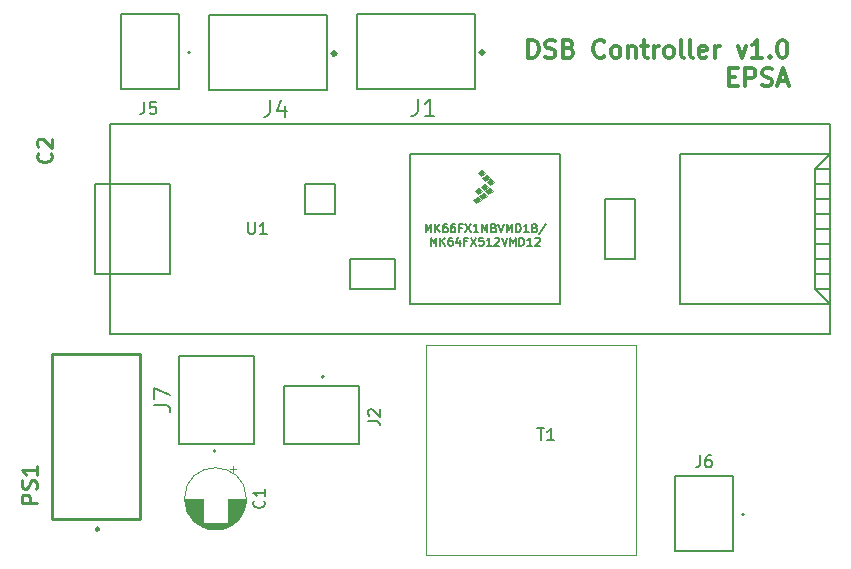
<source format=gbr>
%TF.GenerationSoftware,KiCad,Pcbnew,8.0.0*%
%TF.CreationDate,2024-04-17T16:19:53+02:00*%
%TF.ProjectId,Screen Control,53637265-656e-4204-936f-6e74726f6c2e,rev?*%
%TF.SameCoordinates,Original*%
%TF.FileFunction,Legend,Top*%
%TF.FilePolarity,Positive*%
%FSLAX46Y46*%
G04 Gerber Fmt 4.6, Leading zero omitted, Abs format (unit mm)*
G04 Created by KiCad (PCBNEW 8.0.0) date 2024-04-17 16:19:53*
%MOMM*%
%LPD*%
G01*
G04 APERTURE LIST*
%ADD10C,0.300000*%
%ADD11C,0.150000*%
%ADD12C,0.254000*%
%ADD13C,0.127000*%
%ADD14C,0.200000*%
%ADD15C,0.120000*%
%ADD16C,0.100000*%
G04 APERTURE END LIST*
D10*
X156048748Y-62079712D02*
X156048748Y-60579712D01*
X156048748Y-60579712D02*
X156405891Y-60579712D01*
X156405891Y-60579712D02*
X156620177Y-60651141D01*
X156620177Y-60651141D02*
X156763034Y-60793998D01*
X156763034Y-60793998D02*
X156834463Y-60936855D01*
X156834463Y-60936855D02*
X156905891Y-61222569D01*
X156905891Y-61222569D02*
X156905891Y-61436855D01*
X156905891Y-61436855D02*
X156834463Y-61722569D01*
X156834463Y-61722569D02*
X156763034Y-61865426D01*
X156763034Y-61865426D02*
X156620177Y-62008284D01*
X156620177Y-62008284D02*
X156405891Y-62079712D01*
X156405891Y-62079712D02*
X156048748Y-62079712D01*
X157477320Y-62008284D02*
X157691606Y-62079712D01*
X157691606Y-62079712D02*
X158048748Y-62079712D01*
X158048748Y-62079712D02*
X158191606Y-62008284D01*
X158191606Y-62008284D02*
X158263034Y-61936855D01*
X158263034Y-61936855D02*
X158334463Y-61793998D01*
X158334463Y-61793998D02*
X158334463Y-61651141D01*
X158334463Y-61651141D02*
X158263034Y-61508284D01*
X158263034Y-61508284D02*
X158191606Y-61436855D01*
X158191606Y-61436855D02*
X158048748Y-61365426D01*
X158048748Y-61365426D02*
X157763034Y-61293998D01*
X157763034Y-61293998D02*
X157620177Y-61222569D01*
X157620177Y-61222569D02*
X157548748Y-61151141D01*
X157548748Y-61151141D02*
X157477320Y-61008284D01*
X157477320Y-61008284D02*
X157477320Y-60865426D01*
X157477320Y-60865426D02*
X157548748Y-60722569D01*
X157548748Y-60722569D02*
X157620177Y-60651141D01*
X157620177Y-60651141D02*
X157763034Y-60579712D01*
X157763034Y-60579712D02*
X158120177Y-60579712D01*
X158120177Y-60579712D02*
X158334463Y-60651141D01*
X159477319Y-61293998D02*
X159691605Y-61365426D01*
X159691605Y-61365426D02*
X159763034Y-61436855D01*
X159763034Y-61436855D02*
X159834462Y-61579712D01*
X159834462Y-61579712D02*
X159834462Y-61793998D01*
X159834462Y-61793998D02*
X159763034Y-61936855D01*
X159763034Y-61936855D02*
X159691605Y-62008284D01*
X159691605Y-62008284D02*
X159548748Y-62079712D01*
X159548748Y-62079712D02*
X158977319Y-62079712D01*
X158977319Y-62079712D02*
X158977319Y-60579712D01*
X158977319Y-60579712D02*
X159477319Y-60579712D01*
X159477319Y-60579712D02*
X159620177Y-60651141D01*
X159620177Y-60651141D02*
X159691605Y-60722569D01*
X159691605Y-60722569D02*
X159763034Y-60865426D01*
X159763034Y-60865426D02*
X159763034Y-61008284D01*
X159763034Y-61008284D02*
X159691605Y-61151141D01*
X159691605Y-61151141D02*
X159620177Y-61222569D01*
X159620177Y-61222569D02*
X159477319Y-61293998D01*
X159477319Y-61293998D02*
X158977319Y-61293998D01*
X162477319Y-61936855D02*
X162405891Y-62008284D01*
X162405891Y-62008284D02*
X162191605Y-62079712D01*
X162191605Y-62079712D02*
X162048748Y-62079712D01*
X162048748Y-62079712D02*
X161834462Y-62008284D01*
X161834462Y-62008284D02*
X161691605Y-61865426D01*
X161691605Y-61865426D02*
X161620176Y-61722569D01*
X161620176Y-61722569D02*
X161548748Y-61436855D01*
X161548748Y-61436855D02*
X161548748Y-61222569D01*
X161548748Y-61222569D02*
X161620176Y-60936855D01*
X161620176Y-60936855D02*
X161691605Y-60793998D01*
X161691605Y-60793998D02*
X161834462Y-60651141D01*
X161834462Y-60651141D02*
X162048748Y-60579712D01*
X162048748Y-60579712D02*
X162191605Y-60579712D01*
X162191605Y-60579712D02*
X162405891Y-60651141D01*
X162405891Y-60651141D02*
X162477319Y-60722569D01*
X163334462Y-62079712D02*
X163191605Y-62008284D01*
X163191605Y-62008284D02*
X163120176Y-61936855D01*
X163120176Y-61936855D02*
X163048748Y-61793998D01*
X163048748Y-61793998D02*
X163048748Y-61365426D01*
X163048748Y-61365426D02*
X163120176Y-61222569D01*
X163120176Y-61222569D02*
X163191605Y-61151141D01*
X163191605Y-61151141D02*
X163334462Y-61079712D01*
X163334462Y-61079712D02*
X163548748Y-61079712D01*
X163548748Y-61079712D02*
X163691605Y-61151141D01*
X163691605Y-61151141D02*
X163763034Y-61222569D01*
X163763034Y-61222569D02*
X163834462Y-61365426D01*
X163834462Y-61365426D02*
X163834462Y-61793998D01*
X163834462Y-61793998D02*
X163763034Y-61936855D01*
X163763034Y-61936855D02*
X163691605Y-62008284D01*
X163691605Y-62008284D02*
X163548748Y-62079712D01*
X163548748Y-62079712D02*
X163334462Y-62079712D01*
X164477319Y-61079712D02*
X164477319Y-62079712D01*
X164477319Y-61222569D02*
X164548748Y-61151141D01*
X164548748Y-61151141D02*
X164691605Y-61079712D01*
X164691605Y-61079712D02*
X164905891Y-61079712D01*
X164905891Y-61079712D02*
X165048748Y-61151141D01*
X165048748Y-61151141D02*
X165120177Y-61293998D01*
X165120177Y-61293998D02*
X165120177Y-62079712D01*
X165620177Y-61079712D02*
X166191605Y-61079712D01*
X165834462Y-60579712D02*
X165834462Y-61865426D01*
X165834462Y-61865426D02*
X165905891Y-62008284D01*
X165905891Y-62008284D02*
X166048748Y-62079712D01*
X166048748Y-62079712D02*
X166191605Y-62079712D01*
X166691605Y-62079712D02*
X166691605Y-61079712D01*
X166691605Y-61365426D02*
X166763034Y-61222569D01*
X166763034Y-61222569D02*
X166834463Y-61151141D01*
X166834463Y-61151141D02*
X166977320Y-61079712D01*
X166977320Y-61079712D02*
X167120177Y-61079712D01*
X167834462Y-62079712D02*
X167691605Y-62008284D01*
X167691605Y-62008284D02*
X167620176Y-61936855D01*
X167620176Y-61936855D02*
X167548748Y-61793998D01*
X167548748Y-61793998D02*
X167548748Y-61365426D01*
X167548748Y-61365426D02*
X167620176Y-61222569D01*
X167620176Y-61222569D02*
X167691605Y-61151141D01*
X167691605Y-61151141D02*
X167834462Y-61079712D01*
X167834462Y-61079712D02*
X168048748Y-61079712D01*
X168048748Y-61079712D02*
X168191605Y-61151141D01*
X168191605Y-61151141D02*
X168263034Y-61222569D01*
X168263034Y-61222569D02*
X168334462Y-61365426D01*
X168334462Y-61365426D02*
X168334462Y-61793998D01*
X168334462Y-61793998D02*
X168263034Y-61936855D01*
X168263034Y-61936855D02*
X168191605Y-62008284D01*
X168191605Y-62008284D02*
X168048748Y-62079712D01*
X168048748Y-62079712D02*
X167834462Y-62079712D01*
X169191605Y-62079712D02*
X169048748Y-62008284D01*
X169048748Y-62008284D02*
X168977319Y-61865426D01*
X168977319Y-61865426D02*
X168977319Y-60579712D01*
X169977319Y-62079712D02*
X169834462Y-62008284D01*
X169834462Y-62008284D02*
X169763033Y-61865426D01*
X169763033Y-61865426D02*
X169763033Y-60579712D01*
X171120176Y-62008284D02*
X170977319Y-62079712D01*
X170977319Y-62079712D02*
X170691605Y-62079712D01*
X170691605Y-62079712D02*
X170548747Y-62008284D01*
X170548747Y-62008284D02*
X170477319Y-61865426D01*
X170477319Y-61865426D02*
X170477319Y-61293998D01*
X170477319Y-61293998D02*
X170548747Y-61151141D01*
X170548747Y-61151141D02*
X170691605Y-61079712D01*
X170691605Y-61079712D02*
X170977319Y-61079712D01*
X170977319Y-61079712D02*
X171120176Y-61151141D01*
X171120176Y-61151141D02*
X171191605Y-61293998D01*
X171191605Y-61293998D02*
X171191605Y-61436855D01*
X171191605Y-61436855D02*
X170477319Y-61579712D01*
X171834461Y-62079712D02*
X171834461Y-61079712D01*
X171834461Y-61365426D02*
X171905890Y-61222569D01*
X171905890Y-61222569D02*
X171977319Y-61151141D01*
X171977319Y-61151141D02*
X172120176Y-61079712D01*
X172120176Y-61079712D02*
X172263033Y-61079712D01*
X173763032Y-61079712D02*
X174120175Y-62079712D01*
X174120175Y-62079712D02*
X174477318Y-61079712D01*
X175834461Y-62079712D02*
X174977318Y-62079712D01*
X175405889Y-62079712D02*
X175405889Y-60579712D01*
X175405889Y-60579712D02*
X175263032Y-60793998D01*
X175263032Y-60793998D02*
X175120175Y-60936855D01*
X175120175Y-60936855D02*
X174977318Y-61008284D01*
X176477317Y-61936855D02*
X176548746Y-62008284D01*
X176548746Y-62008284D02*
X176477317Y-62079712D01*
X176477317Y-62079712D02*
X176405889Y-62008284D01*
X176405889Y-62008284D02*
X176477317Y-61936855D01*
X176477317Y-61936855D02*
X176477317Y-62079712D01*
X177477318Y-60579712D02*
X177620175Y-60579712D01*
X177620175Y-60579712D02*
X177763032Y-60651141D01*
X177763032Y-60651141D02*
X177834461Y-60722569D01*
X177834461Y-60722569D02*
X177905889Y-60865426D01*
X177905889Y-60865426D02*
X177977318Y-61151141D01*
X177977318Y-61151141D02*
X177977318Y-61508284D01*
X177977318Y-61508284D02*
X177905889Y-61793998D01*
X177905889Y-61793998D02*
X177834461Y-61936855D01*
X177834461Y-61936855D02*
X177763032Y-62008284D01*
X177763032Y-62008284D02*
X177620175Y-62079712D01*
X177620175Y-62079712D02*
X177477318Y-62079712D01*
X177477318Y-62079712D02*
X177334461Y-62008284D01*
X177334461Y-62008284D02*
X177263032Y-61936855D01*
X177263032Y-61936855D02*
X177191603Y-61793998D01*
X177191603Y-61793998D02*
X177120175Y-61508284D01*
X177120175Y-61508284D02*
X177120175Y-61151141D01*
X177120175Y-61151141D02*
X177191603Y-60865426D01*
X177191603Y-60865426D02*
X177263032Y-60722569D01*
X177263032Y-60722569D02*
X177334461Y-60651141D01*
X177334461Y-60651141D02*
X177477318Y-60579712D01*
X173048746Y-63708914D02*
X173548746Y-63708914D01*
X173763032Y-64494628D02*
X173048746Y-64494628D01*
X173048746Y-64494628D02*
X173048746Y-62994628D01*
X173048746Y-62994628D02*
X173763032Y-62994628D01*
X174405889Y-64494628D02*
X174405889Y-62994628D01*
X174405889Y-62994628D02*
X174977318Y-62994628D01*
X174977318Y-62994628D02*
X175120175Y-63066057D01*
X175120175Y-63066057D02*
X175191604Y-63137485D01*
X175191604Y-63137485D02*
X175263032Y-63280342D01*
X175263032Y-63280342D02*
X175263032Y-63494628D01*
X175263032Y-63494628D02*
X175191604Y-63637485D01*
X175191604Y-63637485D02*
X175120175Y-63708914D01*
X175120175Y-63708914D02*
X174977318Y-63780342D01*
X174977318Y-63780342D02*
X174405889Y-63780342D01*
X175834461Y-64423200D02*
X176048747Y-64494628D01*
X176048747Y-64494628D02*
X176405889Y-64494628D01*
X176405889Y-64494628D02*
X176548747Y-64423200D01*
X176548747Y-64423200D02*
X176620175Y-64351771D01*
X176620175Y-64351771D02*
X176691604Y-64208914D01*
X176691604Y-64208914D02*
X176691604Y-64066057D01*
X176691604Y-64066057D02*
X176620175Y-63923200D01*
X176620175Y-63923200D02*
X176548747Y-63851771D01*
X176548747Y-63851771D02*
X176405889Y-63780342D01*
X176405889Y-63780342D02*
X176120175Y-63708914D01*
X176120175Y-63708914D02*
X175977318Y-63637485D01*
X175977318Y-63637485D02*
X175905889Y-63566057D01*
X175905889Y-63566057D02*
X175834461Y-63423200D01*
X175834461Y-63423200D02*
X175834461Y-63280342D01*
X175834461Y-63280342D02*
X175905889Y-63137485D01*
X175905889Y-63137485D02*
X175977318Y-63066057D01*
X175977318Y-63066057D02*
X176120175Y-62994628D01*
X176120175Y-62994628D02*
X176477318Y-62994628D01*
X176477318Y-62994628D02*
X176691604Y-63066057D01*
X177263032Y-64066057D02*
X177977318Y-64066057D01*
X177120175Y-64494628D02*
X177620175Y-62994628D01*
X177620175Y-62994628D02*
X178120175Y-64494628D01*
D11*
X124341666Y-91506066D02*
X125341666Y-91506066D01*
X125341666Y-91506066D02*
X125541666Y-91572733D01*
X125541666Y-91572733D02*
X125675000Y-91706066D01*
X125675000Y-91706066D02*
X125741666Y-91906066D01*
X125741666Y-91906066D02*
X125741666Y-92039400D01*
X124341666Y-90972733D02*
X124341666Y-90039399D01*
X124341666Y-90039399D02*
X125741666Y-90639399D01*
X142473019Y-92842733D02*
X143187304Y-92842733D01*
X143187304Y-92842733D02*
X143330161Y-92890352D01*
X143330161Y-92890352D02*
X143425400Y-92985590D01*
X143425400Y-92985590D02*
X143473019Y-93128447D01*
X143473019Y-93128447D02*
X143473019Y-93223685D01*
X142568257Y-92414161D02*
X142520638Y-92366542D01*
X142520638Y-92366542D02*
X142473019Y-92271304D01*
X142473019Y-92271304D02*
X142473019Y-92033209D01*
X142473019Y-92033209D02*
X142520638Y-91937971D01*
X142520638Y-91937971D02*
X142568257Y-91890352D01*
X142568257Y-91890352D02*
X142663495Y-91842733D01*
X142663495Y-91842733D02*
X142758733Y-91842733D01*
X142758733Y-91842733D02*
X142901590Y-91890352D01*
X142901590Y-91890352D02*
X143473019Y-92461780D01*
X143473019Y-92461780D02*
X143473019Y-91842733D01*
X134153447Y-65689105D02*
X134153447Y-66689825D01*
X134153447Y-66689825D02*
X134086732Y-66889969D01*
X134086732Y-66889969D02*
X133953303Y-67023399D01*
X133953303Y-67023399D02*
X133753159Y-67090113D01*
X133753159Y-67090113D02*
X133619730Y-67090113D01*
X135421026Y-66156108D02*
X135421026Y-67090113D01*
X135087453Y-65622391D02*
X134753879Y-66623111D01*
X134753879Y-66623111D02*
X135621170Y-66623111D01*
D12*
X114420918Y-99796523D02*
X113150918Y-99796523D01*
X113150918Y-99796523D02*
X113150918Y-99312713D01*
X113150918Y-99312713D02*
X113211394Y-99191761D01*
X113211394Y-99191761D02*
X113271870Y-99131284D01*
X113271870Y-99131284D02*
X113392822Y-99070808D01*
X113392822Y-99070808D02*
X113574251Y-99070808D01*
X113574251Y-99070808D02*
X113695203Y-99131284D01*
X113695203Y-99131284D02*
X113755680Y-99191761D01*
X113755680Y-99191761D02*
X113816156Y-99312713D01*
X113816156Y-99312713D02*
X113816156Y-99796523D01*
X114360442Y-98586999D02*
X114420918Y-98405570D01*
X114420918Y-98405570D02*
X114420918Y-98103189D01*
X114420918Y-98103189D02*
X114360442Y-97982237D01*
X114360442Y-97982237D02*
X114299965Y-97921761D01*
X114299965Y-97921761D02*
X114179013Y-97861284D01*
X114179013Y-97861284D02*
X114058061Y-97861284D01*
X114058061Y-97861284D02*
X113937108Y-97921761D01*
X113937108Y-97921761D02*
X113876632Y-97982237D01*
X113876632Y-97982237D02*
X113816156Y-98103189D01*
X113816156Y-98103189D02*
X113755680Y-98345094D01*
X113755680Y-98345094D02*
X113695203Y-98466046D01*
X113695203Y-98466046D02*
X113634727Y-98526523D01*
X113634727Y-98526523D02*
X113513775Y-98586999D01*
X113513775Y-98586999D02*
X113392822Y-98586999D01*
X113392822Y-98586999D02*
X113271870Y-98526523D01*
X113271870Y-98526523D02*
X113211394Y-98466046D01*
X113211394Y-98466046D02*
X113150918Y-98345094D01*
X113150918Y-98345094D02*
X113150918Y-98042713D01*
X113150918Y-98042713D02*
X113211394Y-97861284D01*
X114420918Y-96651760D02*
X114420918Y-97377475D01*
X114420918Y-97014618D02*
X113150918Y-97014618D01*
X113150918Y-97014618D02*
X113332346Y-97135570D01*
X113332346Y-97135570D02*
X113453299Y-97256522D01*
X113453299Y-97256522D02*
X113513775Y-97377475D01*
D11*
X133649580Y-99591666D02*
X133697200Y-99639285D01*
X133697200Y-99639285D02*
X133744819Y-99782142D01*
X133744819Y-99782142D02*
X133744819Y-99877380D01*
X133744819Y-99877380D02*
X133697200Y-100020237D01*
X133697200Y-100020237D02*
X133601961Y-100115475D01*
X133601961Y-100115475D02*
X133506723Y-100163094D01*
X133506723Y-100163094D02*
X133316247Y-100210713D01*
X133316247Y-100210713D02*
X133173390Y-100210713D01*
X133173390Y-100210713D02*
X132982914Y-100163094D01*
X132982914Y-100163094D02*
X132887676Y-100115475D01*
X132887676Y-100115475D02*
X132792438Y-100020237D01*
X132792438Y-100020237D02*
X132744819Y-99877380D01*
X132744819Y-99877380D02*
X132744819Y-99782142D01*
X132744819Y-99782142D02*
X132792438Y-99639285D01*
X132792438Y-99639285D02*
X132840057Y-99591666D01*
X133744819Y-98639285D02*
X133744819Y-99210713D01*
X133744819Y-98924999D02*
X132744819Y-98924999D01*
X132744819Y-98924999D02*
X132887676Y-99020237D01*
X132887676Y-99020237D02*
X132982914Y-99115475D01*
X132982914Y-99115475D02*
X133030533Y-99210713D01*
D12*
X115591565Y-70145066D02*
X115652042Y-70205542D01*
X115652042Y-70205542D02*
X115712518Y-70386971D01*
X115712518Y-70386971D02*
X115712518Y-70507923D01*
X115712518Y-70507923D02*
X115652042Y-70689352D01*
X115652042Y-70689352D02*
X115531089Y-70810304D01*
X115531089Y-70810304D02*
X115410137Y-70870781D01*
X115410137Y-70870781D02*
X115168232Y-70931257D01*
X115168232Y-70931257D02*
X114986803Y-70931257D01*
X114986803Y-70931257D02*
X114744899Y-70870781D01*
X114744899Y-70870781D02*
X114623946Y-70810304D01*
X114623946Y-70810304D02*
X114502994Y-70689352D01*
X114502994Y-70689352D02*
X114442518Y-70507923D01*
X114442518Y-70507923D02*
X114442518Y-70386971D01*
X114442518Y-70386971D02*
X114502994Y-70205542D01*
X114502994Y-70205542D02*
X114563470Y-70145066D01*
X114563470Y-69661257D02*
X114502994Y-69600781D01*
X114502994Y-69600781D02*
X114442518Y-69479828D01*
X114442518Y-69479828D02*
X114442518Y-69177447D01*
X114442518Y-69177447D02*
X114502994Y-69056495D01*
X114502994Y-69056495D02*
X114563470Y-68996019D01*
X114563470Y-68996019D02*
X114684422Y-68935542D01*
X114684422Y-68935542D02*
X114805375Y-68935542D01*
X114805375Y-68935542D02*
X114986803Y-68996019D01*
X114986803Y-68996019D02*
X115712518Y-69721733D01*
X115712518Y-69721733D02*
X115712518Y-68935542D01*
D11*
X146675647Y-65587505D02*
X146675647Y-66588225D01*
X146675647Y-66588225D02*
X146608932Y-66788369D01*
X146608932Y-66788369D02*
X146475503Y-66921799D01*
X146475503Y-66921799D02*
X146275359Y-66988513D01*
X146275359Y-66988513D02*
X146141930Y-66988513D01*
X148076655Y-66988513D02*
X147276079Y-66988513D01*
X147676367Y-66988513D02*
X147676367Y-65587505D01*
X147676367Y-65587505D02*
X147542938Y-65787649D01*
X147542938Y-65787649D02*
X147409509Y-65921079D01*
X147409509Y-65921079D02*
X147276079Y-65987793D01*
X123539866Y-65850419D02*
X123539866Y-66564704D01*
X123539866Y-66564704D02*
X123492247Y-66707561D01*
X123492247Y-66707561D02*
X123397009Y-66802800D01*
X123397009Y-66802800D02*
X123254152Y-66850419D01*
X123254152Y-66850419D02*
X123158914Y-66850419D01*
X124492247Y-65850419D02*
X124016057Y-65850419D01*
X124016057Y-65850419D02*
X123968438Y-66326609D01*
X123968438Y-66326609D02*
X124016057Y-66278990D01*
X124016057Y-66278990D02*
X124111295Y-66231371D01*
X124111295Y-66231371D02*
X124349390Y-66231371D01*
X124349390Y-66231371D02*
X124444628Y-66278990D01*
X124444628Y-66278990D02*
X124492247Y-66326609D01*
X124492247Y-66326609D02*
X124539866Y-66421847D01*
X124539866Y-66421847D02*
X124539866Y-66659942D01*
X124539866Y-66659942D02*
X124492247Y-66755180D01*
X124492247Y-66755180D02*
X124444628Y-66802800D01*
X124444628Y-66802800D02*
X124349390Y-66850419D01*
X124349390Y-66850419D02*
X124111295Y-66850419D01*
X124111295Y-66850419D02*
X124016057Y-66802800D01*
X124016057Y-66802800D02*
X123968438Y-66755180D01*
X170583266Y-95746219D02*
X170583266Y-96460504D01*
X170583266Y-96460504D02*
X170535647Y-96603361D01*
X170535647Y-96603361D02*
X170440409Y-96698600D01*
X170440409Y-96698600D02*
X170297552Y-96746219D01*
X170297552Y-96746219D02*
X170202314Y-96746219D01*
X171488028Y-95746219D02*
X171297552Y-95746219D01*
X171297552Y-95746219D02*
X171202314Y-95793838D01*
X171202314Y-95793838D02*
X171154695Y-95841457D01*
X171154695Y-95841457D02*
X171059457Y-95984314D01*
X171059457Y-95984314D02*
X171011838Y-96174790D01*
X171011838Y-96174790D02*
X171011838Y-96555742D01*
X171011838Y-96555742D02*
X171059457Y-96650980D01*
X171059457Y-96650980D02*
X171107076Y-96698600D01*
X171107076Y-96698600D02*
X171202314Y-96746219D01*
X171202314Y-96746219D02*
X171392790Y-96746219D01*
X171392790Y-96746219D02*
X171488028Y-96698600D01*
X171488028Y-96698600D02*
X171535647Y-96650980D01*
X171535647Y-96650980D02*
X171583266Y-96555742D01*
X171583266Y-96555742D02*
X171583266Y-96317647D01*
X171583266Y-96317647D02*
X171535647Y-96222409D01*
X171535647Y-96222409D02*
X171488028Y-96174790D01*
X171488028Y-96174790D02*
X171392790Y-96127171D01*
X171392790Y-96127171D02*
X171202314Y-96127171D01*
X171202314Y-96127171D02*
X171107076Y-96174790D01*
X171107076Y-96174790D02*
X171059457Y-96222409D01*
X171059457Y-96222409D02*
X171011838Y-96317647D01*
X156794295Y-93460219D02*
X157365723Y-93460219D01*
X157080009Y-94460219D02*
X157080009Y-93460219D01*
X158222866Y-94460219D02*
X157651438Y-94460219D01*
X157937152Y-94460219D02*
X157937152Y-93460219D01*
X157937152Y-93460219D02*
X157841914Y-93603076D01*
X157841914Y-93603076D02*
X157746676Y-93698314D01*
X157746676Y-93698314D02*
X157651438Y-93745933D01*
X132308695Y-76010419D02*
X132308695Y-76819942D01*
X132308695Y-76819942D02*
X132356314Y-76915180D01*
X132356314Y-76915180D02*
X132403933Y-76962800D01*
X132403933Y-76962800D02*
X132499171Y-77010419D01*
X132499171Y-77010419D02*
X132689647Y-77010419D01*
X132689647Y-77010419D02*
X132784885Y-76962800D01*
X132784885Y-76962800D02*
X132832504Y-76915180D01*
X132832504Y-76915180D02*
X132880123Y-76819942D01*
X132880123Y-76819942D02*
X132880123Y-76010419D01*
X133880123Y-77010419D02*
X133308695Y-77010419D01*
X133594409Y-77010419D02*
X133594409Y-76010419D01*
X133594409Y-76010419D02*
X133499171Y-76153276D01*
X133499171Y-76153276D02*
X133403933Y-76248514D01*
X133403933Y-76248514D02*
X133308695Y-76296133D01*
X147338580Y-76866033D02*
X147338580Y-76166033D01*
X147338580Y-76166033D02*
X147571914Y-76666033D01*
X147571914Y-76666033D02*
X147805247Y-76166033D01*
X147805247Y-76166033D02*
X147805247Y-76866033D01*
X148138580Y-76866033D02*
X148138580Y-76166033D01*
X148538580Y-76866033D02*
X148238580Y-76466033D01*
X148538580Y-76166033D02*
X148138580Y-76566033D01*
X149138580Y-76166033D02*
X149005247Y-76166033D01*
X149005247Y-76166033D02*
X148938580Y-76199366D01*
X148938580Y-76199366D02*
X148905247Y-76232700D01*
X148905247Y-76232700D02*
X148838580Y-76332700D01*
X148838580Y-76332700D02*
X148805247Y-76466033D01*
X148805247Y-76466033D02*
X148805247Y-76732700D01*
X148805247Y-76732700D02*
X148838580Y-76799366D01*
X148838580Y-76799366D02*
X148871914Y-76832700D01*
X148871914Y-76832700D02*
X148938580Y-76866033D01*
X148938580Y-76866033D02*
X149071914Y-76866033D01*
X149071914Y-76866033D02*
X149138580Y-76832700D01*
X149138580Y-76832700D02*
X149171914Y-76799366D01*
X149171914Y-76799366D02*
X149205247Y-76732700D01*
X149205247Y-76732700D02*
X149205247Y-76566033D01*
X149205247Y-76566033D02*
X149171914Y-76499366D01*
X149171914Y-76499366D02*
X149138580Y-76466033D01*
X149138580Y-76466033D02*
X149071914Y-76432700D01*
X149071914Y-76432700D02*
X148938580Y-76432700D01*
X148938580Y-76432700D02*
X148871914Y-76466033D01*
X148871914Y-76466033D02*
X148838580Y-76499366D01*
X148838580Y-76499366D02*
X148805247Y-76566033D01*
X149805247Y-76166033D02*
X149671914Y-76166033D01*
X149671914Y-76166033D02*
X149605247Y-76199366D01*
X149605247Y-76199366D02*
X149571914Y-76232700D01*
X149571914Y-76232700D02*
X149505247Y-76332700D01*
X149505247Y-76332700D02*
X149471914Y-76466033D01*
X149471914Y-76466033D02*
X149471914Y-76732700D01*
X149471914Y-76732700D02*
X149505247Y-76799366D01*
X149505247Y-76799366D02*
X149538581Y-76832700D01*
X149538581Y-76832700D02*
X149605247Y-76866033D01*
X149605247Y-76866033D02*
X149738581Y-76866033D01*
X149738581Y-76866033D02*
X149805247Y-76832700D01*
X149805247Y-76832700D02*
X149838581Y-76799366D01*
X149838581Y-76799366D02*
X149871914Y-76732700D01*
X149871914Y-76732700D02*
X149871914Y-76566033D01*
X149871914Y-76566033D02*
X149838581Y-76499366D01*
X149838581Y-76499366D02*
X149805247Y-76466033D01*
X149805247Y-76466033D02*
X149738581Y-76432700D01*
X149738581Y-76432700D02*
X149605247Y-76432700D01*
X149605247Y-76432700D02*
X149538581Y-76466033D01*
X149538581Y-76466033D02*
X149505247Y-76499366D01*
X149505247Y-76499366D02*
X149471914Y-76566033D01*
X150405248Y-76499366D02*
X150171914Y-76499366D01*
X150171914Y-76866033D02*
X150171914Y-76166033D01*
X150171914Y-76166033D02*
X150505248Y-76166033D01*
X150705248Y-76166033D02*
X151171914Y-76866033D01*
X151171914Y-76166033D02*
X150705248Y-76866033D01*
X151805248Y-76866033D02*
X151405248Y-76866033D01*
X151605248Y-76866033D02*
X151605248Y-76166033D01*
X151605248Y-76166033D02*
X151538581Y-76266033D01*
X151538581Y-76266033D02*
X151471915Y-76332700D01*
X151471915Y-76332700D02*
X151405248Y-76366033D01*
X152105248Y-76866033D02*
X152105248Y-76166033D01*
X152105248Y-76166033D02*
X152338582Y-76666033D01*
X152338582Y-76666033D02*
X152571915Y-76166033D01*
X152571915Y-76166033D02*
X152571915Y-76866033D01*
X153138582Y-76499366D02*
X153238582Y-76532700D01*
X153238582Y-76532700D02*
X153271915Y-76566033D01*
X153271915Y-76566033D02*
X153305248Y-76632700D01*
X153305248Y-76632700D02*
X153305248Y-76732700D01*
X153305248Y-76732700D02*
X153271915Y-76799366D01*
X153271915Y-76799366D02*
X153238582Y-76832700D01*
X153238582Y-76832700D02*
X153171915Y-76866033D01*
X153171915Y-76866033D02*
X152905248Y-76866033D01*
X152905248Y-76866033D02*
X152905248Y-76166033D01*
X152905248Y-76166033D02*
X153138582Y-76166033D01*
X153138582Y-76166033D02*
X153205248Y-76199366D01*
X153205248Y-76199366D02*
X153238582Y-76232700D01*
X153238582Y-76232700D02*
X153271915Y-76299366D01*
X153271915Y-76299366D02*
X153271915Y-76366033D01*
X153271915Y-76366033D02*
X153238582Y-76432700D01*
X153238582Y-76432700D02*
X153205248Y-76466033D01*
X153205248Y-76466033D02*
X153138582Y-76499366D01*
X153138582Y-76499366D02*
X152905248Y-76499366D01*
X153505248Y-76166033D02*
X153738582Y-76866033D01*
X153738582Y-76866033D02*
X153971915Y-76166033D01*
X154205248Y-76866033D02*
X154205248Y-76166033D01*
X154205248Y-76166033D02*
X154438582Y-76666033D01*
X154438582Y-76666033D02*
X154671915Y-76166033D01*
X154671915Y-76166033D02*
X154671915Y-76866033D01*
X155005248Y-76866033D02*
X155005248Y-76166033D01*
X155005248Y-76166033D02*
X155171915Y-76166033D01*
X155171915Y-76166033D02*
X155271915Y-76199366D01*
X155271915Y-76199366D02*
X155338582Y-76266033D01*
X155338582Y-76266033D02*
X155371915Y-76332700D01*
X155371915Y-76332700D02*
X155405248Y-76466033D01*
X155405248Y-76466033D02*
X155405248Y-76566033D01*
X155405248Y-76566033D02*
X155371915Y-76699366D01*
X155371915Y-76699366D02*
X155338582Y-76766033D01*
X155338582Y-76766033D02*
X155271915Y-76832700D01*
X155271915Y-76832700D02*
X155171915Y-76866033D01*
X155171915Y-76866033D02*
X155005248Y-76866033D01*
X156071915Y-76866033D02*
X155671915Y-76866033D01*
X155871915Y-76866033D02*
X155871915Y-76166033D01*
X155871915Y-76166033D02*
X155805248Y-76266033D01*
X155805248Y-76266033D02*
X155738582Y-76332700D01*
X155738582Y-76332700D02*
X155671915Y-76366033D01*
X156471915Y-76466033D02*
X156405249Y-76432700D01*
X156405249Y-76432700D02*
X156371915Y-76399366D01*
X156371915Y-76399366D02*
X156338582Y-76332700D01*
X156338582Y-76332700D02*
X156338582Y-76299366D01*
X156338582Y-76299366D02*
X156371915Y-76232700D01*
X156371915Y-76232700D02*
X156405249Y-76199366D01*
X156405249Y-76199366D02*
X156471915Y-76166033D01*
X156471915Y-76166033D02*
X156605249Y-76166033D01*
X156605249Y-76166033D02*
X156671915Y-76199366D01*
X156671915Y-76199366D02*
X156705249Y-76232700D01*
X156705249Y-76232700D02*
X156738582Y-76299366D01*
X156738582Y-76299366D02*
X156738582Y-76332700D01*
X156738582Y-76332700D02*
X156705249Y-76399366D01*
X156705249Y-76399366D02*
X156671915Y-76432700D01*
X156671915Y-76432700D02*
X156605249Y-76466033D01*
X156605249Y-76466033D02*
X156471915Y-76466033D01*
X156471915Y-76466033D02*
X156405249Y-76499366D01*
X156405249Y-76499366D02*
X156371915Y-76532700D01*
X156371915Y-76532700D02*
X156338582Y-76599366D01*
X156338582Y-76599366D02*
X156338582Y-76732700D01*
X156338582Y-76732700D02*
X156371915Y-76799366D01*
X156371915Y-76799366D02*
X156405249Y-76832700D01*
X156405249Y-76832700D02*
X156471915Y-76866033D01*
X156471915Y-76866033D02*
X156605249Y-76866033D01*
X156605249Y-76866033D02*
X156671915Y-76832700D01*
X156671915Y-76832700D02*
X156705249Y-76799366D01*
X156705249Y-76799366D02*
X156738582Y-76732700D01*
X156738582Y-76732700D02*
X156738582Y-76599366D01*
X156738582Y-76599366D02*
X156705249Y-76532700D01*
X156705249Y-76532700D02*
X156671915Y-76499366D01*
X156671915Y-76499366D02*
X156605249Y-76466033D01*
X157538582Y-76132700D02*
X156938582Y-77032700D01*
X147788579Y-78009033D02*
X147788579Y-77309033D01*
X147788579Y-77309033D02*
X148021913Y-77809033D01*
X148021913Y-77809033D02*
X148255246Y-77309033D01*
X148255246Y-77309033D02*
X148255246Y-78009033D01*
X148588579Y-78009033D02*
X148588579Y-77309033D01*
X148988579Y-78009033D02*
X148688579Y-77609033D01*
X148988579Y-77309033D02*
X148588579Y-77709033D01*
X149588579Y-77309033D02*
X149455246Y-77309033D01*
X149455246Y-77309033D02*
X149388579Y-77342366D01*
X149388579Y-77342366D02*
X149355246Y-77375700D01*
X149355246Y-77375700D02*
X149288579Y-77475700D01*
X149288579Y-77475700D02*
X149255246Y-77609033D01*
X149255246Y-77609033D02*
X149255246Y-77875700D01*
X149255246Y-77875700D02*
X149288579Y-77942366D01*
X149288579Y-77942366D02*
X149321913Y-77975700D01*
X149321913Y-77975700D02*
X149388579Y-78009033D01*
X149388579Y-78009033D02*
X149521913Y-78009033D01*
X149521913Y-78009033D02*
X149588579Y-77975700D01*
X149588579Y-77975700D02*
X149621913Y-77942366D01*
X149621913Y-77942366D02*
X149655246Y-77875700D01*
X149655246Y-77875700D02*
X149655246Y-77709033D01*
X149655246Y-77709033D02*
X149621913Y-77642366D01*
X149621913Y-77642366D02*
X149588579Y-77609033D01*
X149588579Y-77609033D02*
X149521913Y-77575700D01*
X149521913Y-77575700D02*
X149388579Y-77575700D01*
X149388579Y-77575700D02*
X149321913Y-77609033D01*
X149321913Y-77609033D02*
X149288579Y-77642366D01*
X149288579Y-77642366D02*
X149255246Y-77709033D01*
X150255246Y-77542366D02*
X150255246Y-78009033D01*
X150088580Y-77275700D02*
X149921913Y-77775700D01*
X149921913Y-77775700D02*
X150355246Y-77775700D01*
X150855247Y-77642366D02*
X150621913Y-77642366D01*
X150621913Y-78009033D02*
X150621913Y-77309033D01*
X150621913Y-77309033D02*
X150955247Y-77309033D01*
X151155247Y-77309033D02*
X151621913Y-78009033D01*
X151621913Y-77309033D02*
X151155247Y-78009033D01*
X152221914Y-77309033D02*
X151888580Y-77309033D01*
X151888580Y-77309033D02*
X151855247Y-77642366D01*
X151855247Y-77642366D02*
X151888580Y-77609033D01*
X151888580Y-77609033D02*
X151955247Y-77575700D01*
X151955247Y-77575700D02*
X152121914Y-77575700D01*
X152121914Y-77575700D02*
X152188580Y-77609033D01*
X152188580Y-77609033D02*
X152221914Y-77642366D01*
X152221914Y-77642366D02*
X152255247Y-77709033D01*
X152255247Y-77709033D02*
X152255247Y-77875700D01*
X152255247Y-77875700D02*
X152221914Y-77942366D01*
X152221914Y-77942366D02*
X152188580Y-77975700D01*
X152188580Y-77975700D02*
X152121914Y-78009033D01*
X152121914Y-78009033D02*
X151955247Y-78009033D01*
X151955247Y-78009033D02*
X151888580Y-77975700D01*
X151888580Y-77975700D02*
X151855247Y-77942366D01*
X152921914Y-78009033D02*
X152521914Y-78009033D01*
X152721914Y-78009033D02*
X152721914Y-77309033D01*
X152721914Y-77309033D02*
X152655247Y-77409033D01*
X152655247Y-77409033D02*
X152588581Y-77475700D01*
X152588581Y-77475700D02*
X152521914Y-77509033D01*
X153188581Y-77375700D02*
X153221914Y-77342366D01*
X153221914Y-77342366D02*
X153288581Y-77309033D01*
X153288581Y-77309033D02*
X153455248Y-77309033D01*
X153455248Y-77309033D02*
X153521914Y-77342366D01*
X153521914Y-77342366D02*
X153555248Y-77375700D01*
X153555248Y-77375700D02*
X153588581Y-77442366D01*
X153588581Y-77442366D02*
X153588581Y-77509033D01*
X153588581Y-77509033D02*
X153555248Y-77609033D01*
X153555248Y-77609033D02*
X153155248Y-78009033D01*
X153155248Y-78009033D02*
X153588581Y-78009033D01*
X153788581Y-77309033D02*
X154021915Y-78009033D01*
X154021915Y-78009033D02*
X154255248Y-77309033D01*
X154488581Y-78009033D02*
X154488581Y-77309033D01*
X154488581Y-77309033D02*
X154721915Y-77809033D01*
X154721915Y-77809033D02*
X154955248Y-77309033D01*
X154955248Y-77309033D02*
X154955248Y-78009033D01*
X155288581Y-78009033D02*
X155288581Y-77309033D01*
X155288581Y-77309033D02*
X155455248Y-77309033D01*
X155455248Y-77309033D02*
X155555248Y-77342366D01*
X155555248Y-77342366D02*
X155621915Y-77409033D01*
X155621915Y-77409033D02*
X155655248Y-77475700D01*
X155655248Y-77475700D02*
X155688581Y-77609033D01*
X155688581Y-77609033D02*
X155688581Y-77709033D01*
X155688581Y-77709033D02*
X155655248Y-77842366D01*
X155655248Y-77842366D02*
X155621915Y-77909033D01*
X155621915Y-77909033D02*
X155555248Y-77975700D01*
X155555248Y-77975700D02*
X155455248Y-78009033D01*
X155455248Y-78009033D02*
X155288581Y-78009033D01*
X156355248Y-78009033D02*
X155955248Y-78009033D01*
X156155248Y-78009033D02*
X156155248Y-77309033D01*
X156155248Y-77309033D02*
X156088581Y-77409033D01*
X156088581Y-77409033D02*
X156021915Y-77475700D01*
X156021915Y-77475700D02*
X155955248Y-77509033D01*
X156621915Y-77375700D02*
X156655248Y-77342366D01*
X156655248Y-77342366D02*
X156721915Y-77309033D01*
X156721915Y-77309033D02*
X156888582Y-77309033D01*
X156888582Y-77309033D02*
X156955248Y-77342366D01*
X156955248Y-77342366D02*
X156988582Y-77375700D01*
X156988582Y-77375700D02*
X157021915Y-77442366D01*
X157021915Y-77442366D02*
X157021915Y-77509033D01*
X157021915Y-77509033D02*
X156988582Y-77609033D01*
X156988582Y-77609033D02*
X156588582Y-78009033D01*
X156588582Y-78009033D02*
X157021915Y-78009033D01*
D13*
%TO.C,J7*%
X126490800Y-87349400D02*
X126490800Y-94819400D01*
X126490800Y-94819400D02*
X132840800Y-94819400D01*
X132840800Y-87349400D02*
X126490800Y-87349400D01*
X132840800Y-94819400D02*
X132840800Y-87349400D01*
D14*
X129590800Y-95384400D02*
G75*
G02*
X129390800Y-95384400I-100000J0D01*
G01*
X129390800Y-95384400D02*
G75*
G02*
X129590800Y-95384400I100000J0D01*
G01*
D13*
%TO.C,J2*%
X135383200Y-89889400D02*
X141733200Y-89889400D01*
X135383200Y-94819400D02*
X135383200Y-89889400D01*
X141733200Y-89889400D02*
X141733200Y-94819400D01*
X141733200Y-94819400D02*
X135383200Y-94819400D01*
D14*
X138733200Y-89084400D02*
G75*
G02*
X138533200Y-89084400I-100000J0D01*
G01*
X138533200Y-89084400D02*
G75*
G02*
X138733200Y-89084400I100000J0D01*
G01*
D10*
%TO.C,J4*%
X139726419Y-61747400D02*
G75*
G02*
X139443581Y-61747400I-141419J0D01*
G01*
X139443581Y-61747400D02*
G75*
G02*
X139726419Y-61747400I141419J0D01*
G01*
D13*
X138990000Y-64847400D02*
X128980000Y-64847400D01*
X138990000Y-58497400D02*
X138990000Y-64847400D01*
X128980000Y-64847400D02*
X128980000Y-58497400D01*
X128980000Y-58497400D02*
X138990000Y-58497400D01*
D12*
%TO.C,PS1*%
X115671600Y-87168200D02*
X123171600Y-87168200D01*
X115671600Y-101168200D02*
X115671600Y-87168200D01*
X123171600Y-87168200D02*
X123171600Y-101168200D01*
X123171600Y-101168200D02*
X115671600Y-101168200D01*
X119680960Y-102010200D02*
G75*
G02*
X119454240Y-102010200I-113360J0D01*
G01*
X119454240Y-102010200D02*
G75*
G02*
X119680960Y-102010200I113360J0D01*
G01*
D15*
%TO.C,C1*%
X128500000Y-99425000D02*
X126960000Y-99425000D01*
X128500000Y-99465000D02*
X126960000Y-99465000D01*
X128500000Y-99505000D02*
X126961000Y-99505000D01*
X128500000Y-99545000D02*
X126962000Y-99545000D01*
X128500000Y-99585000D02*
X126964000Y-99585000D01*
X128500000Y-99625000D02*
X126967000Y-99625000D01*
X128500000Y-99665000D02*
X126971000Y-99665000D01*
X128500000Y-99705000D02*
X126975000Y-99705000D01*
X128500000Y-99745000D02*
X126979000Y-99745000D01*
X128500000Y-99785000D02*
X126984000Y-99785000D01*
X128500000Y-99825000D02*
X126990000Y-99825000D01*
X128500000Y-99865000D02*
X126997000Y-99865000D01*
X128500000Y-99905000D02*
X127004000Y-99905000D01*
X128500000Y-99945000D02*
X127012000Y-99945000D01*
X128500000Y-99985000D02*
X127020000Y-99985000D01*
X128500000Y-100025000D02*
X127029000Y-100025000D01*
X128500000Y-100065000D02*
X127039000Y-100065000D01*
X128500000Y-100105000D02*
X127049000Y-100105000D01*
X128500000Y-100146000D02*
X127060000Y-100146000D01*
X128500000Y-100186000D02*
X127072000Y-100186000D01*
X128500000Y-100226000D02*
X127085000Y-100226000D01*
X128500000Y-100266000D02*
X127098000Y-100266000D01*
X128500000Y-100306000D02*
X127112000Y-100306000D01*
X128500000Y-100346000D02*
X127126000Y-100346000D01*
X128500000Y-100386000D02*
X127142000Y-100386000D01*
X128500000Y-100426000D02*
X127158000Y-100426000D01*
X128500000Y-100466000D02*
X127175000Y-100466000D01*
X128500000Y-100506000D02*
X127192000Y-100506000D01*
X128500000Y-100546000D02*
X127211000Y-100546000D01*
X128500000Y-100586000D02*
X127230000Y-100586000D01*
X128500000Y-100626000D02*
X127250000Y-100626000D01*
X128500000Y-100666000D02*
X127272000Y-100666000D01*
X128500000Y-100706000D02*
X127293000Y-100706000D01*
X128500000Y-100746000D02*
X127316000Y-100746000D01*
X128500000Y-100786000D02*
X127340000Y-100786000D01*
X128500000Y-100826000D02*
X127365000Y-100826000D01*
X128500000Y-100866000D02*
X127391000Y-100866000D01*
X128500000Y-100906000D02*
X127418000Y-100906000D01*
X128500000Y-100946000D02*
X127445000Y-100946000D01*
X128500000Y-100986000D02*
X127475000Y-100986000D01*
X128500000Y-101026000D02*
X127505000Y-101026000D01*
X128500000Y-101066000D02*
X127536000Y-101066000D01*
X128500000Y-101106000D02*
X127569000Y-101106000D01*
X128500000Y-101146000D02*
X127603000Y-101146000D01*
X128500000Y-101186000D02*
X127639000Y-101186000D01*
X128500000Y-101226000D02*
X127676000Y-101226000D01*
X128500000Y-101266000D02*
X127714000Y-101266000D01*
X128500000Y-101306000D02*
X127755000Y-101306000D01*
X128500000Y-101346000D02*
X127797000Y-101346000D01*
X128500000Y-101386000D02*
X127841000Y-101386000D01*
X128500000Y-101426000D02*
X127887000Y-101426000D01*
X129824000Y-102026000D02*
X129256000Y-102026000D01*
X130058000Y-101986000D02*
X129022000Y-101986000D01*
X130217000Y-101946000D02*
X128863000Y-101946000D01*
X130345000Y-101906000D02*
X128735000Y-101906000D01*
X130455000Y-101866000D02*
X128625000Y-101866000D01*
X130551000Y-101826000D02*
X128529000Y-101826000D01*
X130638000Y-101786000D02*
X128442000Y-101786000D01*
X130718000Y-101746000D02*
X128362000Y-101746000D01*
X130791000Y-101706000D02*
X128289000Y-101706000D01*
X130859000Y-101666000D02*
X128221000Y-101666000D01*
X130923000Y-101626000D02*
X128157000Y-101626000D01*
X130983000Y-101586000D02*
X128097000Y-101586000D01*
X131015000Y-96620225D02*
X131015000Y-97120225D01*
X131040000Y-101546000D02*
X128040000Y-101546000D01*
X131094000Y-101506000D02*
X127986000Y-101506000D01*
X131145000Y-101466000D02*
X127935000Y-101466000D01*
X131193000Y-101426000D02*
X130580000Y-101426000D01*
X131239000Y-101386000D02*
X130580000Y-101386000D01*
X131265000Y-96870225D02*
X130765000Y-96870225D01*
X131283000Y-101346000D02*
X130580000Y-101346000D01*
X131325000Y-101306000D02*
X130580000Y-101306000D01*
X131366000Y-101266000D02*
X130580000Y-101266000D01*
X131404000Y-101226000D02*
X130580000Y-101226000D01*
X131441000Y-101186000D02*
X130580000Y-101186000D01*
X131477000Y-101146000D02*
X130580000Y-101146000D01*
X131511000Y-101106000D02*
X130580000Y-101106000D01*
X131544000Y-101066000D02*
X130580000Y-101066000D01*
X131575000Y-101026000D02*
X130580000Y-101026000D01*
X131605000Y-100986000D02*
X130580000Y-100986000D01*
X131635000Y-100946000D02*
X130580000Y-100946000D01*
X131662000Y-100906000D02*
X130580000Y-100906000D01*
X131689000Y-100866000D02*
X130580000Y-100866000D01*
X131715000Y-100826000D02*
X130580000Y-100826000D01*
X131740000Y-100786000D02*
X130580000Y-100786000D01*
X131764000Y-100746000D02*
X130580000Y-100746000D01*
X131787000Y-100706000D02*
X130580000Y-100706000D01*
X131808000Y-100666000D02*
X130580000Y-100666000D01*
X131830000Y-100626000D02*
X130580000Y-100626000D01*
X131850000Y-100586000D02*
X130580000Y-100586000D01*
X131869000Y-100546000D02*
X130580000Y-100546000D01*
X131888000Y-100506000D02*
X130580000Y-100506000D01*
X131905000Y-100466000D02*
X130580000Y-100466000D01*
X131922000Y-100426000D02*
X130580000Y-100426000D01*
X131938000Y-100386000D02*
X130580000Y-100386000D01*
X131954000Y-100346000D02*
X130580000Y-100346000D01*
X131968000Y-100306000D02*
X130580000Y-100306000D01*
X131982000Y-100266000D02*
X130580000Y-100266000D01*
X131995000Y-100226000D02*
X130580000Y-100226000D01*
X132008000Y-100186000D02*
X130580000Y-100186000D01*
X132020000Y-100146000D02*
X130580000Y-100146000D01*
X132031000Y-100105000D02*
X130580000Y-100105000D01*
X132041000Y-100065000D02*
X130580000Y-100065000D01*
X132051000Y-100025000D02*
X130580000Y-100025000D01*
X132060000Y-99985000D02*
X130580000Y-99985000D01*
X132068000Y-99945000D02*
X130580000Y-99945000D01*
X132076000Y-99905000D02*
X130580000Y-99905000D01*
X132083000Y-99865000D02*
X130580000Y-99865000D01*
X132090000Y-99825000D02*
X130580000Y-99825000D01*
X132096000Y-99785000D02*
X130580000Y-99785000D01*
X132101000Y-99745000D02*
X130580000Y-99745000D01*
X132105000Y-99705000D02*
X130580000Y-99705000D01*
X132109000Y-99665000D02*
X130580000Y-99665000D01*
X132113000Y-99625000D02*
X130580000Y-99625000D01*
X132116000Y-99585000D02*
X130580000Y-99585000D01*
X132118000Y-99545000D02*
X130580000Y-99545000D01*
X132119000Y-99505000D02*
X130580000Y-99505000D01*
X132120000Y-99425000D02*
X130580000Y-99425000D01*
X132120000Y-99465000D02*
X130580000Y-99465000D01*
X132160000Y-99425000D02*
G75*
G02*
X126920000Y-99425000I-2620000J0D01*
G01*
X126920000Y-99425000D02*
G75*
G02*
X132160000Y-99425000I2620000J0D01*
G01*
D10*
%TO.C,J1*%
X152248619Y-61645800D02*
G75*
G02*
X151965781Y-61645800I-141419J0D01*
G01*
X151965781Y-61645800D02*
G75*
G02*
X152248619Y-61645800I141419J0D01*
G01*
D13*
X151512200Y-64745800D02*
X141502200Y-64745800D01*
X151512200Y-58395800D02*
X151512200Y-64745800D01*
X141502200Y-64745800D02*
X141502200Y-58395800D01*
X141502200Y-58395800D02*
X151512200Y-58395800D01*
D14*
%TO.C,J5*%
X127398200Y-61645800D02*
G75*
G02*
X127198200Y-61645800I-100000J0D01*
G01*
X127198200Y-61645800D02*
G75*
G02*
X127398200Y-61645800I100000J0D01*
G01*
D13*
X126493200Y-64745800D02*
X121563200Y-64745800D01*
X126493200Y-58395800D02*
X126493200Y-64745800D01*
X121563200Y-64745800D02*
X121563200Y-58395800D01*
X121563200Y-58395800D02*
X126493200Y-58395800D01*
%TO.C,J6*%
X168477000Y-97511800D02*
X173407000Y-97511800D01*
X168477000Y-103861800D02*
X168477000Y-97511800D01*
X173407000Y-97511800D02*
X173407000Y-103861800D01*
X173407000Y-103861800D02*
X168477000Y-103861800D01*
D14*
X174312000Y-100761800D02*
G75*
G02*
X174112000Y-100761800I-100000J0D01*
G01*
X174112000Y-100761800D02*
G75*
G02*
X174312000Y-100761800I100000J0D01*
G01*
%TO.C,T1*%
D15*
X147396200Y-86385400D02*
X165176200Y-86385400D01*
X165176200Y-104165400D01*
X147396200Y-104165400D01*
X147396200Y-86385400D01*
D16*
%TO.C,U1*%
X153150581Y-72613000D02*
X152769581Y-72867000D01*
X152515581Y-72613000D01*
X152896581Y-72359000D01*
X153150581Y-72613000D01*
G36*
X153150581Y-72613000D02*
G01*
X152769581Y-72867000D01*
X152515581Y-72613000D01*
X152896581Y-72359000D01*
X153150581Y-72613000D01*
G37*
X153023581Y-73375000D02*
X152642581Y-73629000D01*
X152388581Y-73375000D01*
X152769581Y-73121000D01*
X153023581Y-73375000D01*
G36*
X153023581Y-73375000D02*
G01*
X152642581Y-73629000D01*
X152388581Y-73375000D01*
X152769581Y-73121000D01*
X153023581Y-73375000D01*
G37*
X152769581Y-72232000D02*
X152388581Y-72486000D01*
X152134581Y-72232000D01*
X152515581Y-71978000D01*
X152769581Y-72232000D01*
G36*
X152769581Y-72232000D02*
G01*
X152388581Y-72486000D01*
X152134581Y-72232000D01*
X152515581Y-71978000D01*
X152769581Y-72232000D01*
G37*
X152642581Y-72994000D02*
X152261581Y-73248000D01*
X152007581Y-72994000D01*
X152388581Y-72740000D01*
X152642581Y-72994000D01*
G36*
X152642581Y-72994000D02*
G01*
X152261581Y-73248000D01*
X152007581Y-72994000D01*
X152388581Y-72740000D01*
X152642581Y-72994000D01*
G37*
X152515581Y-73756000D02*
X152134581Y-74010000D01*
X151880581Y-73756000D01*
X152261581Y-73502000D01*
X152515581Y-73756000D01*
G36*
X152515581Y-73756000D02*
G01*
X152134581Y-74010000D01*
X151880581Y-73756000D01*
X152261581Y-73502000D01*
X152515581Y-73756000D01*
G37*
X152388581Y-71851000D02*
X152007581Y-72105000D01*
X151753581Y-71851000D01*
X152134581Y-71597000D01*
X152388581Y-71851000D01*
G36*
X152388581Y-71851000D02*
G01*
X152007581Y-72105000D01*
X151753581Y-71851000D01*
X152134581Y-71597000D01*
X152388581Y-71851000D01*
G37*
X152134581Y-73375000D02*
X151753581Y-73629000D01*
X151499581Y-73375000D01*
X151880581Y-73121000D01*
X152134581Y-73375000D01*
G36*
X152134581Y-73375000D02*
G01*
X151753581Y-73629000D01*
X151499581Y-73375000D01*
X151880581Y-73121000D01*
X152134581Y-73375000D01*
G37*
X152007581Y-74137000D02*
X151626581Y-74391000D01*
X151372581Y-74137000D01*
X151753581Y-73883000D01*
X152007581Y-74137000D01*
G36*
X152007581Y-74137000D02*
G01*
X151626581Y-74391000D01*
X151372581Y-74137000D01*
X151753581Y-73883000D01*
X152007581Y-74137000D01*
G37*
D11*
X181598581Y-82900000D02*
X180328581Y-81630000D01*
X181598581Y-70200000D02*
X168898581Y-70200000D01*
X181598581Y-67660000D02*
X181598581Y-85440000D01*
X181598581Y-67660000D02*
X120638581Y-67660000D01*
X180328581Y-81630000D02*
X181598581Y-81630000D01*
X180328581Y-81630000D02*
X180328581Y-71470000D01*
X180328581Y-80360000D02*
X181598581Y-80360000D01*
X180328581Y-79090000D02*
X181598581Y-79090000D01*
X180328581Y-77820000D02*
X181598581Y-77820000D01*
X180328581Y-76550000D02*
X181598581Y-76550000D01*
X180328581Y-75280000D02*
X181598581Y-75280000D01*
X180328581Y-74010000D02*
X181598581Y-74010000D01*
X180328581Y-72740000D02*
X181598581Y-72740000D01*
X180328581Y-71470000D02*
X181598581Y-71470000D01*
X180328581Y-71470000D02*
X181598581Y-70200000D01*
X168898581Y-82900000D02*
X181598581Y-82900000D01*
X168898581Y-70200000D02*
X168898581Y-82900000D01*
X165088581Y-79090000D02*
X162548581Y-79090000D01*
X165088581Y-74010000D02*
X165088581Y-79090000D01*
X162548581Y-79090000D02*
X162548581Y-74010000D01*
X162548581Y-74010000D02*
X165088581Y-74010000D01*
X158738581Y-82900000D02*
X158738581Y-70200000D01*
X146038581Y-82900000D02*
X158738581Y-82900000D01*
X146038581Y-70200000D02*
X158738581Y-70200000D01*
X146038581Y-70200000D02*
X146038581Y-82900000D01*
X144768581Y-81630000D02*
X140958581Y-81630000D01*
X144768581Y-79090000D02*
X144768581Y-81630000D01*
X140958581Y-81630000D02*
X140958581Y-79090000D01*
X140958581Y-79090000D02*
X144768581Y-79090000D01*
X139688581Y-75280000D02*
X139688581Y-72740000D01*
X139688581Y-72740000D02*
X137148581Y-72740000D01*
X137148581Y-75280000D02*
X139688581Y-75280000D01*
X137148581Y-72740000D02*
X137148581Y-75280000D01*
X125718581Y-80360000D02*
X125718581Y-72740000D01*
X125718581Y-80360000D02*
X120638581Y-80360000D01*
X125718581Y-72740000D02*
X120638581Y-72740000D01*
X120638581Y-85440000D02*
X181598581Y-85440000D01*
X120638581Y-85440000D02*
X120638581Y-67660000D01*
X120638581Y-80360000D02*
X119368581Y-80360000D01*
X119368581Y-80360000D02*
X119368581Y-72740000D01*
X119368581Y-72740000D02*
X120638581Y-72740000D01*
%TD*%
M02*

</source>
